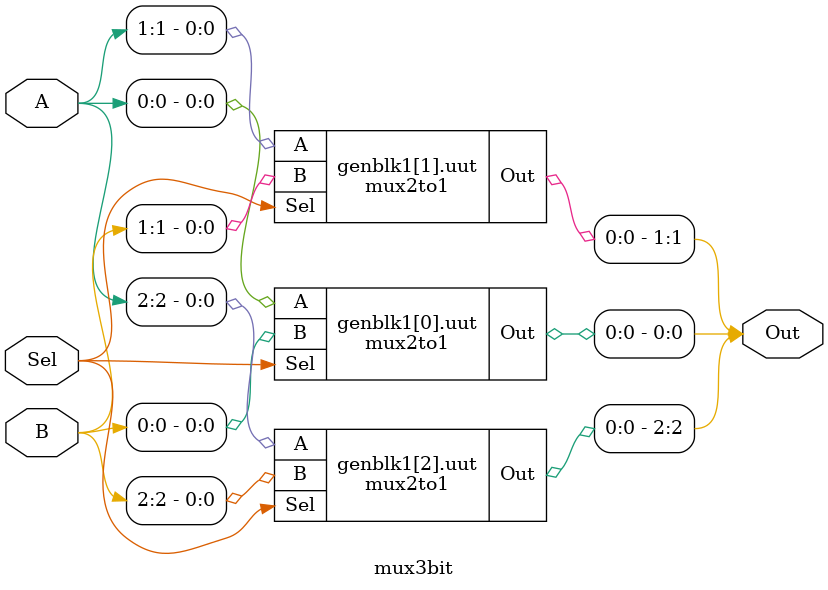
<source format=v>
module mux2to1(Out,A,B,Sel);
output Out;
input[0:0] A;
input[0:0] B;
input[0:0] Sel;

wire[0:0] NotSel;
wire[1:0] w; //x=w[0] y=w[1]

not (NotSel[0],Sel[0]);

and (w[0], A[0], NotSel[0]);
and (w[1], B[0], Sel[0]);
or (Out, w[0], w[1]);

endmodule

module mux32bit(Out,A,B,Sel);
output [31:0] Out;
input [31:0] A;
input [31:0] B;
input [0:0] Sel;

genvar i;
for(i=0;i<=31;i=i+1)
  begin
	mux2to1 uut(Out[i],A[i],B[i],Sel);
  end

endmodule	

module mux3bit(Out,A,B,Sel);
output [2:0] Out;
input [2:0] A;
input [2:0] B;
input [0:0] Sel;

genvar i;
for(i=0;i<=2;i=i+1)
  begin
	mux2to1 uut(Out[i],A[i],B[i],Sel);
  end

endmodule
</source>
